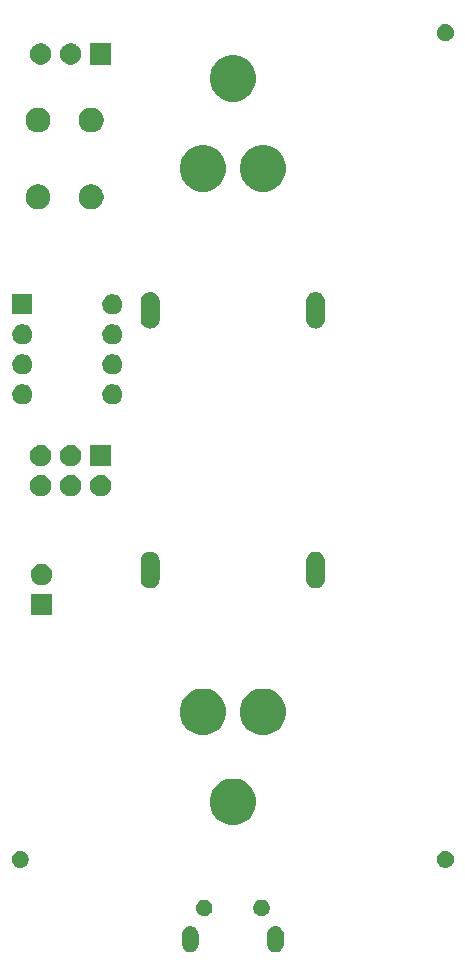
<source format=gbs>
G04 #@! TF.GenerationSoftware,KiCad,Pcbnew,5.1.5+dfsg1-2build2*
G04 #@! TF.CreationDate,2021-06-06T20:08:15-06:00*
G04 #@! TF.ProjectId,flicker_lamp,666c6963-6b65-4725-9f6c-616d702e6b69,rev?*
G04 #@! TF.SameCoordinates,Original*
G04 #@! TF.FileFunction,Soldermask,Bot*
G04 #@! TF.FilePolarity,Negative*
%FSLAX46Y46*%
G04 Gerber Fmt 4.6, Leading zero omitted, Abs format (unit mm)*
G04 Created by KiCad (PCBNEW 5.1.5+dfsg1-2build2) date 2021-06-06 20:08:15*
%MOMM*%
%LPD*%
G04 APERTURE LIST*
%ADD10C,0.100000*%
G04 APERTURE END LIST*
D10*
G36*
X71537381Y-158039341D02*
G01*
X71669482Y-158079413D01*
X71791227Y-158144487D01*
X71897938Y-158232062D01*
X71985513Y-158338773D01*
X72050587Y-158460518D01*
X72090659Y-158592619D01*
X72100800Y-158695581D01*
X72100800Y-159564419D01*
X72090659Y-159667381D01*
X72050587Y-159799482D01*
X71985513Y-159921227D01*
X71897937Y-160027938D01*
X71791226Y-160115513D01*
X71669481Y-160180587D01*
X71537380Y-160220659D01*
X71400000Y-160234190D01*
X71262619Y-160220659D01*
X71130518Y-160180587D01*
X71008773Y-160115513D01*
X70902062Y-160027937D01*
X70814487Y-159921226D01*
X70749413Y-159799481D01*
X70709341Y-159667380D01*
X70699200Y-159564418D01*
X70699200Y-158695581D01*
X70709341Y-158592619D01*
X70749414Y-158460518D01*
X70814488Y-158338773D01*
X70902063Y-158232062D01*
X71008774Y-158144487D01*
X71130519Y-158079413D01*
X71262620Y-158039341D01*
X71400000Y-158025810D01*
X71537381Y-158039341D01*
G37*
G36*
X78737381Y-158039341D02*
G01*
X78869482Y-158079413D01*
X78991227Y-158144487D01*
X79097938Y-158232062D01*
X79185513Y-158338773D01*
X79250587Y-158460518D01*
X79290659Y-158592619D01*
X79300800Y-158695581D01*
X79300800Y-159564419D01*
X79290659Y-159667381D01*
X79250587Y-159799482D01*
X79185513Y-159921227D01*
X79097937Y-160027938D01*
X78991226Y-160115513D01*
X78869481Y-160180587D01*
X78737380Y-160220659D01*
X78600000Y-160234190D01*
X78462619Y-160220659D01*
X78330518Y-160180587D01*
X78208773Y-160115513D01*
X78102062Y-160027937D01*
X78014487Y-159921226D01*
X77949413Y-159799481D01*
X77909341Y-159667380D01*
X77899200Y-159564418D01*
X77899200Y-158695581D01*
X77909341Y-158592619D01*
X77949414Y-158460518D01*
X78014488Y-158338773D01*
X78102063Y-158232062D01*
X78208774Y-158144487D01*
X78330519Y-158079413D01*
X78462620Y-158039341D01*
X78600000Y-158025810D01*
X78737381Y-158039341D01*
G37*
G36*
X72779416Y-155806131D02*
G01*
X72779419Y-155806132D01*
X72779418Y-155806132D01*
X72906953Y-155858959D01*
X73021732Y-155935651D01*
X73119349Y-156033268D01*
X73196042Y-156148048D01*
X73236901Y-156246691D01*
X73248869Y-156275584D01*
X73275800Y-156410977D01*
X73275800Y-156549023D01*
X73248869Y-156684416D01*
X73248868Y-156684418D01*
X73196042Y-156811952D01*
X73119349Y-156926732D01*
X73021734Y-157024347D01*
X72906953Y-157101041D01*
X72779416Y-157153869D01*
X72644023Y-157180800D01*
X72505977Y-157180800D01*
X72370584Y-157153869D01*
X72243047Y-157101041D01*
X72128266Y-157024347D01*
X72030651Y-156926732D01*
X71953958Y-156811952D01*
X71901132Y-156684418D01*
X71901131Y-156684416D01*
X71874200Y-156549023D01*
X71874200Y-156410977D01*
X71901131Y-156275584D01*
X71913099Y-156246691D01*
X71953958Y-156148048D01*
X72030651Y-156033268D01*
X72128268Y-155935651D01*
X72243047Y-155858959D01*
X72370582Y-155806132D01*
X72370581Y-155806132D01*
X72370584Y-155806131D01*
X72505977Y-155779200D01*
X72644023Y-155779200D01*
X72779416Y-155806131D01*
G37*
G36*
X77629416Y-155806131D02*
G01*
X77629419Y-155806132D01*
X77629418Y-155806132D01*
X77756953Y-155858959D01*
X77871732Y-155935651D01*
X77969349Y-156033268D01*
X78046042Y-156148048D01*
X78086901Y-156246691D01*
X78098869Y-156275584D01*
X78125800Y-156410977D01*
X78125800Y-156549023D01*
X78098869Y-156684416D01*
X78098868Y-156684418D01*
X78046042Y-156811952D01*
X77969349Y-156926732D01*
X77871734Y-157024347D01*
X77756953Y-157101041D01*
X77629416Y-157153869D01*
X77494023Y-157180800D01*
X77355977Y-157180800D01*
X77220584Y-157153869D01*
X77093047Y-157101041D01*
X76978266Y-157024347D01*
X76880651Y-156926732D01*
X76803958Y-156811952D01*
X76751132Y-156684418D01*
X76751131Y-156684416D01*
X76724200Y-156549023D01*
X76724200Y-156410977D01*
X76751131Y-156275584D01*
X76763099Y-156246691D01*
X76803958Y-156148048D01*
X76880651Y-156033268D01*
X76978268Y-155935651D01*
X77093047Y-155858959D01*
X77220582Y-155806132D01*
X77220581Y-155806132D01*
X77220584Y-155806131D01*
X77355977Y-155779200D01*
X77494023Y-155779200D01*
X77629416Y-155806131D01*
G37*
G36*
X93211183Y-151683823D02*
G01*
X93211186Y-151683824D01*
X93211185Y-151683824D01*
X93342942Y-151738399D01*
X93461521Y-151817631D01*
X93562369Y-151918479D01*
X93641602Y-152037059D01*
X93689205Y-152151985D01*
X93696177Y-152168817D01*
X93724000Y-152308692D01*
X93724000Y-152451308D01*
X93696177Y-152591183D01*
X93696176Y-152591185D01*
X93641602Y-152722941D01*
X93562369Y-152841521D01*
X93461522Y-152942368D01*
X93342942Y-153021601D01*
X93241033Y-153063813D01*
X93211183Y-153076177D01*
X93071308Y-153104000D01*
X92928692Y-153104000D01*
X92788817Y-153076177D01*
X92758967Y-153063813D01*
X92657058Y-153021601D01*
X92538478Y-152942368D01*
X92437631Y-152841521D01*
X92358398Y-152722941D01*
X92303824Y-152591185D01*
X92303823Y-152591183D01*
X92276000Y-152451308D01*
X92276000Y-152308692D01*
X92303823Y-152168817D01*
X92310795Y-152151985D01*
X92358398Y-152037059D01*
X92437631Y-151918479D01*
X92538479Y-151817631D01*
X92657058Y-151738399D01*
X92788815Y-151683824D01*
X92788814Y-151683824D01*
X92788817Y-151683823D01*
X92928692Y-151656000D01*
X93071308Y-151656000D01*
X93211183Y-151683823D01*
G37*
G36*
X57211183Y-151683823D02*
G01*
X57211186Y-151683824D01*
X57211185Y-151683824D01*
X57342942Y-151738399D01*
X57461521Y-151817631D01*
X57562369Y-151918479D01*
X57641602Y-152037059D01*
X57689205Y-152151985D01*
X57696177Y-152168817D01*
X57724000Y-152308692D01*
X57724000Y-152451308D01*
X57696177Y-152591183D01*
X57696176Y-152591185D01*
X57641602Y-152722941D01*
X57562369Y-152841521D01*
X57461522Y-152942368D01*
X57342942Y-153021601D01*
X57241033Y-153063813D01*
X57211183Y-153076177D01*
X57071308Y-153104000D01*
X56928692Y-153104000D01*
X56788817Y-153076177D01*
X56758967Y-153063813D01*
X56657058Y-153021601D01*
X56538478Y-152942368D01*
X56437631Y-152841521D01*
X56358398Y-152722941D01*
X56303824Y-152591185D01*
X56303823Y-152591183D01*
X56276000Y-152451308D01*
X56276000Y-152308692D01*
X56303823Y-152168817D01*
X56310795Y-152151985D01*
X56358398Y-152037059D01*
X56437631Y-151918479D01*
X56538479Y-151817631D01*
X56657058Y-151738399D01*
X56788815Y-151683824D01*
X56788814Y-151683824D01*
X56788817Y-151683823D01*
X56928692Y-151656000D01*
X57071308Y-151656000D01*
X57211183Y-151683823D01*
G37*
G36*
X75573403Y-145609744D02*
G01*
X75931156Y-145757930D01*
X76253125Y-145973063D01*
X76526937Y-146246875D01*
X76742070Y-146568844D01*
X76890256Y-146926597D01*
X76965800Y-147306386D01*
X76965800Y-147693614D01*
X76890256Y-148073403D01*
X76742070Y-148431156D01*
X76526937Y-148753125D01*
X76253125Y-149026937D01*
X75931156Y-149242070D01*
X75573403Y-149390256D01*
X75193614Y-149465800D01*
X74806386Y-149465800D01*
X74426597Y-149390256D01*
X74068844Y-149242070D01*
X73746875Y-149026937D01*
X73473063Y-148753125D01*
X73257930Y-148431156D01*
X73109744Y-148073403D01*
X73034200Y-147693614D01*
X73034200Y-147306386D01*
X73109744Y-146926597D01*
X73257930Y-146568844D01*
X73473063Y-146246875D01*
X73746875Y-145973063D01*
X74068844Y-145757930D01*
X74426597Y-145609744D01*
X74806386Y-145534200D01*
X75193614Y-145534200D01*
X75573403Y-145609744D01*
G37*
G36*
X78113403Y-137989744D02*
G01*
X78471156Y-138137930D01*
X78793125Y-138353063D01*
X79066937Y-138626875D01*
X79282070Y-138948844D01*
X79430256Y-139306597D01*
X79505800Y-139686386D01*
X79505800Y-140073614D01*
X79430256Y-140453403D01*
X79282070Y-140811156D01*
X79066937Y-141133125D01*
X78793125Y-141406937D01*
X78471156Y-141622070D01*
X78113403Y-141770256D01*
X77733614Y-141845800D01*
X77346386Y-141845800D01*
X76966597Y-141770256D01*
X76608844Y-141622070D01*
X76286875Y-141406937D01*
X76013063Y-141133125D01*
X75797930Y-140811156D01*
X75649744Y-140453403D01*
X75574200Y-140073614D01*
X75574200Y-139686386D01*
X75649744Y-139306597D01*
X75797930Y-138948844D01*
X76013063Y-138626875D01*
X76286875Y-138353063D01*
X76608844Y-138137930D01*
X76966597Y-137989744D01*
X77346386Y-137914200D01*
X77733614Y-137914200D01*
X78113403Y-137989744D01*
G37*
G36*
X73033403Y-137989744D02*
G01*
X73391156Y-138137930D01*
X73713125Y-138353063D01*
X73986937Y-138626875D01*
X74202070Y-138948844D01*
X74350256Y-139306597D01*
X74425800Y-139686386D01*
X74425800Y-140073614D01*
X74350256Y-140453403D01*
X74202070Y-140811156D01*
X73986937Y-141133125D01*
X73713125Y-141406937D01*
X73391156Y-141622070D01*
X73033403Y-141770256D01*
X72653614Y-141845800D01*
X72266386Y-141845800D01*
X71886597Y-141770256D01*
X71528844Y-141622070D01*
X71206875Y-141406937D01*
X70933063Y-141133125D01*
X70717930Y-140811156D01*
X70569744Y-140453403D01*
X70494200Y-140073614D01*
X70494200Y-139686386D01*
X70569744Y-139306597D01*
X70717930Y-138948844D01*
X70933063Y-138626875D01*
X71206875Y-138353063D01*
X71528844Y-138137930D01*
X71886597Y-137989744D01*
X72266386Y-137914200D01*
X72653614Y-137914200D01*
X73033403Y-137989744D01*
G37*
G36*
X59700800Y-131680800D02*
G01*
X57899200Y-131680800D01*
X57899200Y-129879200D01*
X59700800Y-129879200D01*
X59700800Y-131680800D01*
G37*
G36*
X68156983Y-126340788D02*
G01*
X68307937Y-126386579D01*
X68432774Y-126453306D01*
X68447052Y-126460938D01*
X68568990Y-126561010D01*
X68669062Y-126682947D01*
X68669063Y-126682949D01*
X68743421Y-126822062D01*
X68789212Y-126973014D01*
X68789212Y-126973016D01*
X68800800Y-127090668D01*
X68800800Y-128669332D01*
X68789212Y-128786984D01*
X68743422Y-128937935D01*
X68669062Y-129077053D01*
X68568990Y-129198990D01*
X68447053Y-129299062D01*
X68447051Y-129299063D01*
X68307938Y-129373421D01*
X68156984Y-129419212D01*
X68000000Y-129434674D01*
X67843017Y-129419212D01*
X67692066Y-129373422D01*
X67692063Y-129373421D01*
X67552950Y-129299063D01*
X67552948Y-129299062D01*
X67431011Y-129198990D01*
X67330939Y-129077053D01*
X67256579Y-128937935D01*
X67210789Y-128786984D01*
X67199201Y-128669332D01*
X67199200Y-127090669D01*
X67210788Y-126973017D01*
X67256578Y-126822066D01*
X67256579Y-126822063D01*
X67330937Y-126682950D01*
X67330938Y-126682948D01*
X67431010Y-126561010D01*
X67552947Y-126460938D01*
X67567225Y-126453306D01*
X67692062Y-126386579D01*
X67843016Y-126340788D01*
X68000000Y-126325326D01*
X68156983Y-126340788D01*
G37*
G36*
X82156983Y-126340788D02*
G01*
X82307937Y-126386579D01*
X82432774Y-126453306D01*
X82447052Y-126460938D01*
X82568990Y-126561010D01*
X82669062Y-126682947D01*
X82669063Y-126682949D01*
X82743421Y-126822062D01*
X82789212Y-126973014D01*
X82789212Y-126973016D01*
X82800800Y-127090668D01*
X82800800Y-128669332D01*
X82789212Y-128786984D01*
X82743422Y-128937935D01*
X82669062Y-129077053D01*
X82568990Y-129198990D01*
X82447053Y-129299062D01*
X82447051Y-129299063D01*
X82307938Y-129373421D01*
X82307935Y-129373422D01*
X82156984Y-129419212D01*
X82000000Y-129434674D01*
X81843017Y-129419212D01*
X81692063Y-129373421D01*
X81552950Y-129299063D01*
X81552948Y-129299062D01*
X81431011Y-129198990D01*
X81330939Y-129077053D01*
X81256579Y-128937935D01*
X81210789Y-128786984D01*
X81199201Y-128669332D01*
X81199200Y-127090669D01*
X81210788Y-126973017D01*
X81256578Y-126822066D01*
X81256579Y-126822063D01*
X81330937Y-126682950D01*
X81330938Y-126682948D01*
X81431010Y-126561010D01*
X81552947Y-126460938D01*
X81567225Y-126453306D01*
X81692062Y-126386579D01*
X81843016Y-126340788D01*
X82000000Y-126325326D01*
X82156983Y-126340788D01*
G37*
G36*
X59062754Y-127373817D02*
G01*
X59226689Y-127441721D01*
X59300708Y-127491179D01*
X59374225Y-127540301D01*
X59499699Y-127665775D01*
X59565121Y-127763687D01*
X59598279Y-127813311D01*
X59666183Y-127977246D01*
X59700800Y-128151279D01*
X59700800Y-128328721D01*
X59666183Y-128502754D01*
X59598279Y-128666689D01*
X59565121Y-128716313D01*
X59499699Y-128814225D01*
X59374227Y-128939697D01*
X59226689Y-129038279D01*
X59062754Y-129106183D01*
X58888721Y-129140800D01*
X58711279Y-129140800D01*
X58537246Y-129106183D01*
X58373311Y-129038279D01*
X58225773Y-128939697D01*
X58100301Y-128814225D01*
X58034879Y-128716313D01*
X58001721Y-128666689D01*
X57933817Y-128502754D01*
X57899200Y-128328721D01*
X57899200Y-128151279D01*
X57933817Y-127977246D01*
X58001721Y-127813311D01*
X58034879Y-127763687D01*
X58100301Y-127665775D01*
X58225775Y-127540301D01*
X58299292Y-127491179D01*
X58373311Y-127441721D01*
X58537246Y-127373817D01*
X58711279Y-127339200D01*
X58888721Y-127339200D01*
X59062754Y-127373817D01*
G37*
G36*
X64062754Y-119853817D02*
G01*
X64226689Y-119921721D01*
X64300708Y-119971179D01*
X64374225Y-120020301D01*
X64499699Y-120145775D01*
X64565121Y-120243687D01*
X64598279Y-120293311D01*
X64666183Y-120457246D01*
X64700800Y-120631279D01*
X64700800Y-120808721D01*
X64666183Y-120982754D01*
X64666182Y-120982756D01*
X64598280Y-121146687D01*
X64499699Y-121294225D01*
X64374227Y-121419697D01*
X64226689Y-121518279D01*
X64062754Y-121586183D01*
X63888721Y-121620800D01*
X63711279Y-121620800D01*
X63537246Y-121586183D01*
X63373311Y-121518279D01*
X63225773Y-121419697D01*
X63100301Y-121294225D01*
X63001720Y-121146687D01*
X62933818Y-120982756D01*
X62933817Y-120982754D01*
X62899200Y-120808721D01*
X62899200Y-120631279D01*
X62933817Y-120457246D01*
X63001721Y-120293311D01*
X63034879Y-120243687D01*
X63100301Y-120145775D01*
X63225775Y-120020301D01*
X63299292Y-119971179D01*
X63373311Y-119921721D01*
X63537246Y-119853817D01*
X63711279Y-119819200D01*
X63888721Y-119819200D01*
X64062754Y-119853817D01*
G37*
G36*
X61522754Y-119853817D02*
G01*
X61686689Y-119921721D01*
X61760708Y-119971179D01*
X61834225Y-120020301D01*
X61959699Y-120145775D01*
X62025121Y-120243687D01*
X62058279Y-120293311D01*
X62126183Y-120457246D01*
X62160800Y-120631279D01*
X62160800Y-120808721D01*
X62126183Y-120982754D01*
X62126182Y-120982756D01*
X62058280Y-121146687D01*
X61959699Y-121294225D01*
X61834227Y-121419697D01*
X61686689Y-121518279D01*
X61522754Y-121586183D01*
X61348721Y-121620800D01*
X61171279Y-121620800D01*
X60997246Y-121586183D01*
X60833311Y-121518279D01*
X60685773Y-121419697D01*
X60560301Y-121294225D01*
X60461720Y-121146687D01*
X60393818Y-120982756D01*
X60393817Y-120982754D01*
X60359200Y-120808721D01*
X60359200Y-120631279D01*
X60393817Y-120457246D01*
X60461721Y-120293311D01*
X60494879Y-120243687D01*
X60560301Y-120145775D01*
X60685775Y-120020301D01*
X60759292Y-119971179D01*
X60833311Y-119921721D01*
X60997246Y-119853817D01*
X61171279Y-119819200D01*
X61348721Y-119819200D01*
X61522754Y-119853817D01*
G37*
G36*
X58982754Y-119853817D02*
G01*
X59146689Y-119921721D01*
X59220708Y-119971179D01*
X59294225Y-120020301D01*
X59419699Y-120145775D01*
X59485121Y-120243687D01*
X59518279Y-120293311D01*
X59586183Y-120457246D01*
X59620800Y-120631279D01*
X59620800Y-120808721D01*
X59586183Y-120982754D01*
X59586182Y-120982756D01*
X59518280Y-121146687D01*
X59419699Y-121294225D01*
X59294227Y-121419697D01*
X59146689Y-121518279D01*
X58982754Y-121586183D01*
X58808721Y-121620800D01*
X58631279Y-121620800D01*
X58457246Y-121586183D01*
X58293311Y-121518279D01*
X58145773Y-121419697D01*
X58020301Y-121294225D01*
X57921720Y-121146687D01*
X57853818Y-120982756D01*
X57853817Y-120982754D01*
X57819200Y-120808721D01*
X57819200Y-120631279D01*
X57853817Y-120457246D01*
X57921721Y-120293311D01*
X57954879Y-120243687D01*
X58020301Y-120145775D01*
X58145775Y-120020301D01*
X58219292Y-119971179D01*
X58293311Y-119921721D01*
X58457246Y-119853817D01*
X58631279Y-119819200D01*
X58808721Y-119819200D01*
X58982754Y-119853817D01*
G37*
G36*
X61522754Y-117313817D02*
G01*
X61686689Y-117381721D01*
X61760708Y-117431179D01*
X61834225Y-117480301D01*
X61959699Y-117605775D01*
X62025121Y-117703687D01*
X62058279Y-117753311D01*
X62126183Y-117917246D01*
X62160800Y-118091279D01*
X62160800Y-118268721D01*
X62126183Y-118442754D01*
X62126182Y-118442756D01*
X62058280Y-118606687D01*
X61959699Y-118754225D01*
X61834227Y-118879697D01*
X61686689Y-118978279D01*
X61522754Y-119046183D01*
X61348721Y-119080800D01*
X61171279Y-119080800D01*
X60997246Y-119046183D01*
X60833311Y-118978279D01*
X60685773Y-118879697D01*
X60560301Y-118754225D01*
X60461720Y-118606687D01*
X60393818Y-118442756D01*
X60393817Y-118442754D01*
X60359200Y-118268721D01*
X60359200Y-118091279D01*
X60393817Y-117917246D01*
X60461721Y-117753311D01*
X60494879Y-117703687D01*
X60560301Y-117605775D01*
X60685775Y-117480301D01*
X60759292Y-117431179D01*
X60833311Y-117381721D01*
X60997246Y-117313817D01*
X61171279Y-117279200D01*
X61348721Y-117279200D01*
X61522754Y-117313817D01*
G37*
G36*
X58982754Y-117313817D02*
G01*
X59146689Y-117381721D01*
X59220708Y-117431179D01*
X59294225Y-117480301D01*
X59419699Y-117605775D01*
X59485121Y-117703687D01*
X59518279Y-117753311D01*
X59586183Y-117917246D01*
X59620800Y-118091279D01*
X59620800Y-118268721D01*
X59586183Y-118442754D01*
X59586182Y-118442756D01*
X59518280Y-118606687D01*
X59419699Y-118754225D01*
X59294227Y-118879697D01*
X59146689Y-118978279D01*
X58982754Y-119046183D01*
X58808721Y-119080800D01*
X58631279Y-119080800D01*
X58457246Y-119046183D01*
X58293311Y-118978279D01*
X58145773Y-118879697D01*
X58020301Y-118754225D01*
X57921720Y-118606687D01*
X57853818Y-118442756D01*
X57853817Y-118442754D01*
X57819200Y-118268721D01*
X57819200Y-118091279D01*
X57853817Y-117917246D01*
X57921721Y-117753311D01*
X57954879Y-117703687D01*
X58020301Y-117605775D01*
X58145775Y-117480301D01*
X58219292Y-117431179D01*
X58293311Y-117381721D01*
X58457246Y-117313817D01*
X58631279Y-117279200D01*
X58808721Y-117279200D01*
X58982754Y-117313817D01*
G37*
G36*
X64700800Y-119080800D02*
G01*
X62899200Y-119080800D01*
X62899200Y-117279200D01*
X64700800Y-117279200D01*
X64700800Y-119080800D01*
G37*
G36*
X57428169Y-112181895D02*
G01*
X57428172Y-112181896D01*
X57428171Y-112181896D01*
X57583004Y-112246030D01*
X57583005Y-112246031D01*
X57722354Y-112339140D01*
X57840860Y-112457646D01*
X57840861Y-112457648D01*
X57933971Y-112596997D01*
X57989912Y-112732052D01*
X57998105Y-112751831D01*
X58030800Y-112916203D01*
X58030800Y-113083797D01*
X57998105Y-113248169D01*
X57998104Y-113248171D01*
X57933971Y-113403003D01*
X57872178Y-113495483D01*
X57840860Y-113542354D01*
X57722354Y-113660860D01*
X57629244Y-113723073D01*
X57583004Y-113753970D01*
X57463246Y-113803576D01*
X57428169Y-113818105D01*
X57263797Y-113850800D01*
X57096203Y-113850800D01*
X56931831Y-113818105D01*
X56896754Y-113803576D01*
X56776996Y-113753970D01*
X56730756Y-113723073D01*
X56637646Y-113660860D01*
X56519140Y-113542354D01*
X56487822Y-113495483D01*
X56426029Y-113403003D01*
X56361896Y-113248171D01*
X56361895Y-113248169D01*
X56329200Y-113083797D01*
X56329200Y-112916203D01*
X56361895Y-112751831D01*
X56370088Y-112732052D01*
X56426029Y-112596997D01*
X56519139Y-112457648D01*
X56519140Y-112457646D01*
X56637646Y-112339140D01*
X56776995Y-112246031D01*
X56776996Y-112246030D01*
X56931829Y-112181896D01*
X56931828Y-112181896D01*
X56931831Y-112181895D01*
X57096203Y-112149200D01*
X57263797Y-112149200D01*
X57428169Y-112181895D01*
G37*
G36*
X65048169Y-112181895D02*
G01*
X65048172Y-112181896D01*
X65048171Y-112181896D01*
X65203004Y-112246030D01*
X65203005Y-112246031D01*
X65342354Y-112339140D01*
X65460860Y-112457646D01*
X65460861Y-112457648D01*
X65553971Y-112596997D01*
X65609912Y-112732052D01*
X65618105Y-112751831D01*
X65650800Y-112916203D01*
X65650800Y-113083797D01*
X65618105Y-113248169D01*
X65618104Y-113248171D01*
X65553971Y-113403003D01*
X65492178Y-113495483D01*
X65460860Y-113542354D01*
X65342354Y-113660860D01*
X65249244Y-113723073D01*
X65203004Y-113753970D01*
X65083246Y-113803576D01*
X65048169Y-113818105D01*
X64883797Y-113850800D01*
X64716203Y-113850800D01*
X64551831Y-113818105D01*
X64516754Y-113803576D01*
X64396996Y-113753970D01*
X64350756Y-113723073D01*
X64257646Y-113660860D01*
X64139140Y-113542354D01*
X64107822Y-113495483D01*
X64046029Y-113403003D01*
X63981896Y-113248171D01*
X63981895Y-113248169D01*
X63949200Y-113083797D01*
X63949200Y-112916203D01*
X63981895Y-112751831D01*
X63990088Y-112732052D01*
X64046029Y-112596997D01*
X64139139Y-112457648D01*
X64139140Y-112457646D01*
X64257646Y-112339140D01*
X64396995Y-112246031D01*
X64396996Y-112246030D01*
X64551829Y-112181896D01*
X64551828Y-112181896D01*
X64551831Y-112181895D01*
X64716203Y-112149200D01*
X64883797Y-112149200D01*
X65048169Y-112181895D01*
G37*
G36*
X57428169Y-109641895D02*
G01*
X57428172Y-109641896D01*
X57428171Y-109641896D01*
X57583004Y-109706030D01*
X57583005Y-109706031D01*
X57722354Y-109799140D01*
X57840860Y-109917646D01*
X57840861Y-109917648D01*
X57933971Y-110056997D01*
X57989912Y-110192052D01*
X57998105Y-110211831D01*
X58030800Y-110376203D01*
X58030800Y-110543797D01*
X57998105Y-110708169D01*
X57998104Y-110708171D01*
X57933971Y-110863003D01*
X57872178Y-110955483D01*
X57840860Y-111002354D01*
X57722354Y-111120860D01*
X57629244Y-111183073D01*
X57583004Y-111213970D01*
X57463246Y-111263576D01*
X57428169Y-111278105D01*
X57263797Y-111310800D01*
X57096203Y-111310800D01*
X56931831Y-111278105D01*
X56896754Y-111263576D01*
X56776996Y-111213970D01*
X56730756Y-111183073D01*
X56637646Y-111120860D01*
X56519140Y-111002354D01*
X56487822Y-110955483D01*
X56426029Y-110863003D01*
X56361896Y-110708171D01*
X56361895Y-110708169D01*
X56329200Y-110543797D01*
X56329200Y-110376203D01*
X56361895Y-110211831D01*
X56370088Y-110192052D01*
X56426029Y-110056997D01*
X56519139Y-109917648D01*
X56519140Y-109917646D01*
X56637646Y-109799140D01*
X56776995Y-109706031D01*
X56776996Y-109706030D01*
X56931829Y-109641896D01*
X56931828Y-109641896D01*
X56931831Y-109641895D01*
X57096203Y-109609200D01*
X57263797Y-109609200D01*
X57428169Y-109641895D01*
G37*
G36*
X65048169Y-109641895D02*
G01*
X65048172Y-109641896D01*
X65048171Y-109641896D01*
X65203004Y-109706030D01*
X65203005Y-109706031D01*
X65342354Y-109799140D01*
X65460860Y-109917646D01*
X65460861Y-109917648D01*
X65553971Y-110056997D01*
X65609912Y-110192052D01*
X65618105Y-110211831D01*
X65650800Y-110376203D01*
X65650800Y-110543797D01*
X65618105Y-110708169D01*
X65618104Y-110708171D01*
X65553971Y-110863003D01*
X65492178Y-110955483D01*
X65460860Y-111002354D01*
X65342354Y-111120860D01*
X65249244Y-111183073D01*
X65203004Y-111213970D01*
X65083246Y-111263576D01*
X65048169Y-111278105D01*
X64883797Y-111310800D01*
X64716203Y-111310800D01*
X64551831Y-111278105D01*
X64516754Y-111263576D01*
X64396996Y-111213970D01*
X64350756Y-111183073D01*
X64257646Y-111120860D01*
X64139140Y-111002354D01*
X64107822Y-110955483D01*
X64046029Y-110863003D01*
X63981896Y-110708171D01*
X63981895Y-110708169D01*
X63949200Y-110543797D01*
X63949200Y-110376203D01*
X63981895Y-110211831D01*
X63990088Y-110192052D01*
X64046029Y-110056997D01*
X64139139Y-109917648D01*
X64139140Y-109917646D01*
X64257646Y-109799140D01*
X64396995Y-109706031D01*
X64396996Y-109706030D01*
X64551829Y-109641896D01*
X64551828Y-109641896D01*
X64551831Y-109641895D01*
X64716203Y-109609200D01*
X64883797Y-109609200D01*
X65048169Y-109641895D01*
G37*
G36*
X65048169Y-107101895D02*
G01*
X65048172Y-107101896D01*
X65048171Y-107101896D01*
X65203004Y-107166030D01*
X65203005Y-107166031D01*
X65342354Y-107259140D01*
X65460860Y-107377646D01*
X65460861Y-107377648D01*
X65553971Y-107516997D01*
X65609912Y-107652052D01*
X65618105Y-107671831D01*
X65650800Y-107836203D01*
X65650800Y-108003797D01*
X65618105Y-108168169D01*
X65618104Y-108168171D01*
X65553971Y-108323003D01*
X65492178Y-108415483D01*
X65460860Y-108462354D01*
X65342354Y-108580860D01*
X65249244Y-108643073D01*
X65203004Y-108673970D01*
X65083246Y-108723576D01*
X65048169Y-108738105D01*
X64883797Y-108770800D01*
X64716203Y-108770800D01*
X64551831Y-108738105D01*
X64516754Y-108723576D01*
X64396996Y-108673970D01*
X64350756Y-108643073D01*
X64257646Y-108580860D01*
X64139140Y-108462354D01*
X64107822Y-108415483D01*
X64046029Y-108323003D01*
X63981896Y-108168171D01*
X63981895Y-108168169D01*
X63949200Y-108003797D01*
X63949200Y-107836203D01*
X63981895Y-107671831D01*
X63990088Y-107652052D01*
X64046029Y-107516997D01*
X64139139Y-107377648D01*
X64139140Y-107377646D01*
X64257646Y-107259140D01*
X64396995Y-107166031D01*
X64396996Y-107166030D01*
X64551829Y-107101896D01*
X64551828Y-107101896D01*
X64551831Y-107101895D01*
X64716203Y-107069200D01*
X64883797Y-107069200D01*
X65048169Y-107101895D01*
G37*
G36*
X57428169Y-107101895D02*
G01*
X57428172Y-107101896D01*
X57428171Y-107101896D01*
X57583004Y-107166030D01*
X57583005Y-107166031D01*
X57722354Y-107259140D01*
X57840860Y-107377646D01*
X57840861Y-107377648D01*
X57933971Y-107516997D01*
X57989912Y-107652052D01*
X57998105Y-107671831D01*
X58030800Y-107836203D01*
X58030800Y-108003797D01*
X57998105Y-108168169D01*
X57998104Y-108168171D01*
X57933971Y-108323003D01*
X57872178Y-108415483D01*
X57840860Y-108462354D01*
X57722354Y-108580860D01*
X57629244Y-108643073D01*
X57583004Y-108673970D01*
X57463246Y-108723576D01*
X57428169Y-108738105D01*
X57263797Y-108770800D01*
X57096203Y-108770800D01*
X56931831Y-108738105D01*
X56896754Y-108723576D01*
X56776996Y-108673970D01*
X56730756Y-108643073D01*
X56637646Y-108580860D01*
X56519140Y-108462354D01*
X56487822Y-108415483D01*
X56426029Y-108323003D01*
X56361896Y-108168171D01*
X56361895Y-108168169D01*
X56329200Y-108003797D01*
X56329200Y-107836203D01*
X56361895Y-107671831D01*
X56370088Y-107652052D01*
X56426029Y-107516997D01*
X56519139Y-107377648D01*
X56519140Y-107377646D01*
X56637646Y-107259140D01*
X56776995Y-107166031D01*
X56776996Y-107166030D01*
X56931829Y-107101896D01*
X56931828Y-107101896D01*
X56931831Y-107101895D01*
X57096203Y-107069200D01*
X57263797Y-107069200D01*
X57428169Y-107101895D01*
G37*
G36*
X68156983Y-104340788D02*
G01*
X68307937Y-104386579D01*
X68432774Y-104453306D01*
X68447052Y-104460938D01*
X68568990Y-104561010D01*
X68669062Y-104682947D01*
X68669063Y-104682949D01*
X68743421Y-104822062D01*
X68789212Y-104973014D01*
X68789212Y-104973016D01*
X68800800Y-105090668D01*
X68800800Y-106669332D01*
X68789212Y-106786984D01*
X68743422Y-106937935D01*
X68669062Y-107077053D01*
X68568990Y-107198990D01*
X68447053Y-107299062D01*
X68447051Y-107299063D01*
X68307938Y-107373421D01*
X68307935Y-107373422D01*
X68156984Y-107419212D01*
X68000000Y-107434674D01*
X67843017Y-107419212D01*
X67692066Y-107373422D01*
X67692063Y-107373421D01*
X67552950Y-107299063D01*
X67552948Y-107299062D01*
X67431011Y-107198990D01*
X67330939Y-107077053D01*
X67256579Y-106937935D01*
X67210789Y-106786984D01*
X67199201Y-106669332D01*
X67199200Y-105090669D01*
X67210788Y-104973017D01*
X67256578Y-104822066D01*
X67256579Y-104822063D01*
X67330937Y-104682950D01*
X67330938Y-104682948D01*
X67431010Y-104561010D01*
X67552947Y-104460938D01*
X67567225Y-104453306D01*
X67692062Y-104386579D01*
X67843016Y-104340788D01*
X68000000Y-104325326D01*
X68156983Y-104340788D01*
G37*
G36*
X82156983Y-104340788D02*
G01*
X82307937Y-104386579D01*
X82432774Y-104453306D01*
X82447052Y-104460938D01*
X82568990Y-104561010D01*
X82669062Y-104682947D01*
X82669063Y-104682949D01*
X82743421Y-104822062D01*
X82789212Y-104973014D01*
X82789212Y-104973016D01*
X82800800Y-105090668D01*
X82800800Y-106669332D01*
X82789212Y-106786984D01*
X82743422Y-106937935D01*
X82669062Y-107077053D01*
X82568990Y-107198990D01*
X82447053Y-107299062D01*
X82447051Y-107299063D01*
X82307938Y-107373421D01*
X82307935Y-107373422D01*
X82156984Y-107419212D01*
X82000000Y-107434674D01*
X81843017Y-107419212D01*
X81692066Y-107373422D01*
X81692063Y-107373421D01*
X81552950Y-107299063D01*
X81552948Y-107299062D01*
X81431011Y-107198990D01*
X81330939Y-107077053D01*
X81256579Y-106937935D01*
X81210789Y-106786984D01*
X81199201Y-106669332D01*
X81199200Y-105090669D01*
X81210788Y-104973017D01*
X81256578Y-104822066D01*
X81256579Y-104822063D01*
X81330937Y-104682950D01*
X81330938Y-104682948D01*
X81431010Y-104561010D01*
X81552947Y-104460938D01*
X81567225Y-104453306D01*
X81692062Y-104386579D01*
X81843016Y-104340788D01*
X82000000Y-104325326D01*
X82156983Y-104340788D01*
G37*
G36*
X65048169Y-104561895D02*
G01*
X65048172Y-104561896D01*
X65048171Y-104561896D01*
X65203004Y-104626030D01*
X65203005Y-104626031D01*
X65342354Y-104719140D01*
X65460860Y-104837646D01*
X65460861Y-104837648D01*
X65553971Y-104976997D01*
X65601054Y-105090666D01*
X65618105Y-105131831D01*
X65650800Y-105296203D01*
X65650800Y-105463797D01*
X65618105Y-105628169D01*
X65618104Y-105628171D01*
X65553971Y-105783003D01*
X65492178Y-105875483D01*
X65460860Y-105922354D01*
X65342354Y-106040860D01*
X65249244Y-106103073D01*
X65203004Y-106133970D01*
X65083246Y-106183576D01*
X65048169Y-106198105D01*
X64883797Y-106230800D01*
X64716203Y-106230800D01*
X64551831Y-106198105D01*
X64516754Y-106183576D01*
X64396996Y-106133970D01*
X64350756Y-106103073D01*
X64257646Y-106040860D01*
X64139140Y-105922354D01*
X64107822Y-105875483D01*
X64046029Y-105783003D01*
X63981896Y-105628171D01*
X63981895Y-105628169D01*
X63949200Y-105463797D01*
X63949200Y-105296203D01*
X63981895Y-105131831D01*
X63998946Y-105090666D01*
X64046029Y-104976997D01*
X64139139Y-104837648D01*
X64139140Y-104837646D01*
X64257646Y-104719140D01*
X64396995Y-104626031D01*
X64396996Y-104626030D01*
X64551829Y-104561896D01*
X64551828Y-104561896D01*
X64551831Y-104561895D01*
X64716203Y-104529200D01*
X64883797Y-104529200D01*
X65048169Y-104561895D01*
G37*
G36*
X58030800Y-106230800D02*
G01*
X56329200Y-106230800D01*
X56329200Y-104529200D01*
X58030800Y-104529200D01*
X58030800Y-106230800D01*
G37*
G36*
X63306507Y-95269582D02*
G01*
X63306510Y-95269583D01*
X63306509Y-95269583D01*
X63497740Y-95348793D01*
X63669844Y-95463789D01*
X63816211Y-95610156D01*
X63931208Y-95782261D01*
X63957526Y-95845800D01*
X64010418Y-95973493D01*
X64050800Y-96176505D01*
X64050800Y-96383495D01*
X64010418Y-96586507D01*
X64010417Y-96586509D01*
X63931208Y-96777739D01*
X63816211Y-96949844D01*
X63669846Y-97096209D01*
X63497740Y-97211207D01*
X63306507Y-97290418D01*
X63103495Y-97330800D01*
X62896505Y-97330800D01*
X62693493Y-97290418D01*
X62502260Y-97211207D01*
X62330154Y-97096209D01*
X62183789Y-96949844D01*
X62068792Y-96777739D01*
X61989583Y-96586509D01*
X61989582Y-96586507D01*
X61949200Y-96383495D01*
X61949200Y-96176505D01*
X61989582Y-95973493D01*
X62042474Y-95845800D01*
X62068792Y-95782261D01*
X62183789Y-95610156D01*
X62330156Y-95463789D01*
X62502260Y-95348793D01*
X62693491Y-95269583D01*
X62693490Y-95269583D01*
X62693493Y-95269582D01*
X62896505Y-95229200D01*
X63103495Y-95229200D01*
X63306507Y-95269582D01*
G37*
G36*
X58806507Y-95269582D02*
G01*
X58806510Y-95269583D01*
X58806509Y-95269583D01*
X58997740Y-95348793D01*
X59169844Y-95463789D01*
X59316211Y-95610156D01*
X59431208Y-95782261D01*
X59457526Y-95845800D01*
X59510418Y-95973493D01*
X59550800Y-96176505D01*
X59550800Y-96383495D01*
X59510418Y-96586507D01*
X59510417Y-96586509D01*
X59431208Y-96777739D01*
X59316211Y-96949844D01*
X59169846Y-97096209D01*
X58997740Y-97211207D01*
X58806507Y-97290418D01*
X58603495Y-97330800D01*
X58396505Y-97330800D01*
X58193493Y-97290418D01*
X58002260Y-97211207D01*
X57830154Y-97096209D01*
X57683789Y-96949844D01*
X57568792Y-96777739D01*
X57489583Y-96586509D01*
X57489582Y-96586507D01*
X57449200Y-96383495D01*
X57449200Y-96176505D01*
X57489582Y-95973493D01*
X57542474Y-95845800D01*
X57568792Y-95782261D01*
X57683789Y-95610156D01*
X57830156Y-95463789D01*
X58002260Y-95348793D01*
X58193491Y-95269583D01*
X58193490Y-95269583D01*
X58193493Y-95269582D01*
X58396505Y-95229200D01*
X58603495Y-95229200D01*
X58806507Y-95269582D01*
G37*
G36*
X73033403Y-91989744D02*
G01*
X73391156Y-92137930D01*
X73713125Y-92353063D01*
X73986937Y-92626875D01*
X74202070Y-92948844D01*
X74350256Y-93306597D01*
X74425800Y-93686386D01*
X74425800Y-94073614D01*
X74350256Y-94453403D01*
X74202070Y-94811156D01*
X73986937Y-95133125D01*
X73713125Y-95406937D01*
X73391156Y-95622070D01*
X73033403Y-95770256D01*
X72653614Y-95845800D01*
X72266386Y-95845800D01*
X71886597Y-95770256D01*
X71528844Y-95622070D01*
X71206875Y-95406937D01*
X70933063Y-95133125D01*
X70717930Y-94811156D01*
X70569744Y-94453403D01*
X70494200Y-94073614D01*
X70494200Y-93686386D01*
X70569744Y-93306597D01*
X70717930Y-92948844D01*
X70933063Y-92626875D01*
X71206875Y-92353063D01*
X71528844Y-92137930D01*
X71886597Y-91989744D01*
X72266386Y-91914200D01*
X72653614Y-91914200D01*
X73033403Y-91989744D01*
G37*
G36*
X78113403Y-91989744D02*
G01*
X78471156Y-92137930D01*
X78793125Y-92353063D01*
X79066937Y-92626875D01*
X79282070Y-92948844D01*
X79430256Y-93306597D01*
X79505800Y-93686386D01*
X79505800Y-94073614D01*
X79430256Y-94453403D01*
X79282070Y-94811156D01*
X79066937Y-95133125D01*
X78793125Y-95406937D01*
X78471156Y-95622070D01*
X78113403Y-95770256D01*
X77733614Y-95845800D01*
X77346386Y-95845800D01*
X76966597Y-95770256D01*
X76608844Y-95622070D01*
X76286875Y-95406937D01*
X76013063Y-95133125D01*
X75797930Y-94811156D01*
X75649744Y-94453403D01*
X75574200Y-94073614D01*
X75574200Y-93686386D01*
X75649744Y-93306597D01*
X75797930Y-92948844D01*
X76013063Y-92626875D01*
X76286875Y-92353063D01*
X76608844Y-92137930D01*
X76966597Y-91989744D01*
X77346386Y-91914200D01*
X77733614Y-91914200D01*
X78113403Y-91989744D01*
G37*
G36*
X58806507Y-88769582D02*
G01*
X58806510Y-88769583D01*
X58806509Y-88769583D01*
X58997740Y-88848793D01*
X59169844Y-88963789D01*
X59316211Y-89110156D01*
X59431208Y-89282261D01*
X59492473Y-89430169D01*
X59510418Y-89473493D01*
X59550800Y-89676505D01*
X59550800Y-89883495D01*
X59510418Y-90086507D01*
X59510417Y-90086509D01*
X59431208Y-90277739D01*
X59316211Y-90449844D01*
X59169846Y-90596209D01*
X58997740Y-90711207D01*
X58806507Y-90790418D01*
X58603495Y-90830800D01*
X58396505Y-90830800D01*
X58193493Y-90790418D01*
X58002260Y-90711207D01*
X57830154Y-90596209D01*
X57683789Y-90449844D01*
X57568792Y-90277739D01*
X57489583Y-90086509D01*
X57489582Y-90086507D01*
X57449200Y-89883495D01*
X57449200Y-89676505D01*
X57489582Y-89473493D01*
X57507527Y-89430169D01*
X57568792Y-89282261D01*
X57683789Y-89110156D01*
X57830156Y-88963789D01*
X58002260Y-88848793D01*
X58193491Y-88769583D01*
X58193490Y-88769583D01*
X58193493Y-88769582D01*
X58396505Y-88729200D01*
X58603495Y-88729200D01*
X58806507Y-88769582D01*
G37*
G36*
X63306507Y-88769582D02*
G01*
X63306510Y-88769583D01*
X63306509Y-88769583D01*
X63497740Y-88848793D01*
X63669844Y-88963789D01*
X63816211Y-89110156D01*
X63931208Y-89282261D01*
X63992473Y-89430169D01*
X64010418Y-89473493D01*
X64050800Y-89676505D01*
X64050800Y-89883495D01*
X64010418Y-90086507D01*
X64010417Y-90086509D01*
X63931208Y-90277739D01*
X63816211Y-90449844D01*
X63669846Y-90596209D01*
X63497740Y-90711207D01*
X63306507Y-90790418D01*
X63103495Y-90830800D01*
X62896505Y-90830800D01*
X62693493Y-90790418D01*
X62502260Y-90711207D01*
X62330154Y-90596209D01*
X62183789Y-90449844D01*
X62068792Y-90277739D01*
X61989583Y-90086509D01*
X61989582Y-90086507D01*
X61949200Y-89883495D01*
X61949200Y-89676505D01*
X61989582Y-89473493D01*
X62007527Y-89430169D01*
X62068792Y-89282261D01*
X62183789Y-89110156D01*
X62330156Y-88963789D01*
X62502260Y-88848793D01*
X62693491Y-88769583D01*
X62693490Y-88769583D01*
X62693493Y-88769582D01*
X62896505Y-88729200D01*
X63103495Y-88729200D01*
X63306507Y-88769582D01*
G37*
G36*
X75573403Y-84369744D02*
G01*
X75931156Y-84517930D01*
X76253125Y-84733063D01*
X76526937Y-85006875D01*
X76742070Y-85328844D01*
X76890256Y-85686597D01*
X76965800Y-86066386D01*
X76965800Y-86453614D01*
X76890256Y-86833403D01*
X76742070Y-87191156D01*
X76526937Y-87513125D01*
X76253125Y-87786937D01*
X75931156Y-88002070D01*
X75573403Y-88150256D01*
X75193614Y-88225800D01*
X74806386Y-88225800D01*
X74426597Y-88150256D01*
X74068844Y-88002070D01*
X73746875Y-87786937D01*
X73473063Y-87513125D01*
X73257930Y-87191156D01*
X73109744Y-86833403D01*
X73034200Y-86453614D01*
X73034200Y-86066386D01*
X73109744Y-85686597D01*
X73257930Y-85328844D01*
X73473063Y-85006875D01*
X73746875Y-84733063D01*
X74068844Y-84517930D01*
X74426597Y-84369744D01*
X74806386Y-84294200D01*
X75193614Y-84294200D01*
X75573403Y-84369744D01*
G37*
G36*
X58982754Y-83313817D02*
G01*
X59146689Y-83381721D01*
X59220708Y-83431179D01*
X59294225Y-83480301D01*
X59419699Y-83605775D01*
X59485121Y-83703687D01*
X59518279Y-83753311D01*
X59586183Y-83917246D01*
X59620800Y-84091279D01*
X59620800Y-84268721D01*
X59586183Y-84442754D01*
X59586182Y-84442756D01*
X59518280Y-84606687D01*
X59419699Y-84754225D01*
X59294227Y-84879697D01*
X59146689Y-84978279D01*
X58982754Y-85046183D01*
X58808721Y-85080800D01*
X58631279Y-85080800D01*
X58457246Y-85046183D01*
X58293311Y-84978279D01*
X58145773Y-84879697D01*
X58020301Y-84754225D01*
X57921720Y-84606687D01*
X57853818Y-84442756D01*
X57853817Y-84442754D01*
X57819200Y-84268721D01*
X57819200Y-84091279D01*
X57853817Y-83917246D01*
X57921721Y-83753311D01*
X57954879Y-83703687D01*
X58020301Y-83605775D01*
X58145775Y-83480301D01*
X58219292Y-83431179D01*
X58293311Y-83381721D01*
X58457246Y-83313817D01*
X58631279Y-83279200D01*
X58808721Y-83279200D01*
X58982754Y-83313817D01*
G37*
G36*
X64700800Y-85080800D02*
G01*
X62899200Y-85080800D01*
X62899200Y-83279200D01*
X64700800Y-83279200D01*
X64700800Y-85080800D01*
G37*
G36*
X61522754Y-83313817D02*
G01*
X61686689Y-83381721D01*
X61760708Y-83431179D01*
X61834225Y-83480301D01*
X61959699Y-83605775D01*
X62025121Y-83703687D01*
X62058279Y-83753311D01*
X62126183Y-83917246D01*
X62160800Y-84091279D01*
X62160800Y-84268721D01*
X62126183Y-84442754D01*
X62126182Y-84442756D01*
X62058280Y-84606687D01*
X61959699Y-84754225D01*
X61834227Y-84879697D01*
X61686689Y-84978279D01*
X61522754Y-85046183D01*
X61348721Y-85080800D01*
X61171279Y-85080800D01*
X60997246Y-85046183D01*
X60833311Y-84978279D01*
X60685773Y-84879697D01*
X60560301Y-84754225D01*
X60461720Y-84606687D01*
X60393818Y-84442756D01*
X60393817Y-84442754D01*
X60359200Y-84268721D01*
X60359200Y-84091279D01*
X60393817Y-83917246D01*
X60461721Y-83753311D01*
X60494879Y-83703687D01*
X60560301Y-83605775D01*
X60685775Y-83480301D01*
X60759292Y-83431179D01*
X60833311Y-83381721D01*
X60997246Y-83313817D01*
X61171279Y-83279200D01*
X61348721Y-83279200D01*
X61522754Y-83313817D01*
G37*
G36*
X93211183Y-81683823D02*
G01*
X93211186Y-81683824D01*
X93211185Y-81683824D01*
X93342942Y-81738399D01*
X93461521Y-81817631D01*
X93562369Y-81918479D01*
X93641602Y-82037059D01*
X93689205Y-82151985D01*
X93696177Y-82168817D01*
X93724000Y-82308692D01*
X93724000Y-82451308D01*
X93696177Y-82591183D01*
X93696176Y-82591185D01*
X93641602Y-82722941D01*
X93562369Y-82841521D01*
X93461522Y-82942368D01*
X93342942Y-83021601D01*
X93241033Y-83063813D01*
X93211183Y-83076177D01*
X93071308Y-83104000D01*
X92928692Y-83104000D01*
X92788817Y-83076177D01*
X92758967Y-83063813D01*
X92657058Y-83021601D01*
X92538478Y-82942368D01*
X92437631Y-82841521D01*
X92358398Y-82722941D01*
X92303824Y-82591185D01*
X92303823Y-82591183D01*
X92276000Y-82451308D01*
X92276000Y-82308692D01*
X92303823Y-82168817D01*
X92310795Y-82151985D01*
X92358398Y-82037059D01*
X92437631Y-81918479D01*
X92538479Y-81817631D01*
X92657058Y-81738399D01*
X92788815Y-81683824D01*
X92788814Y-81683824D01*
X92788817Y-81683823D01*
X92928692Y-81656000D01*
X93071308Y-81656000D01*
X93211183Y-81683823D01*
G37*
M02*

</source>
